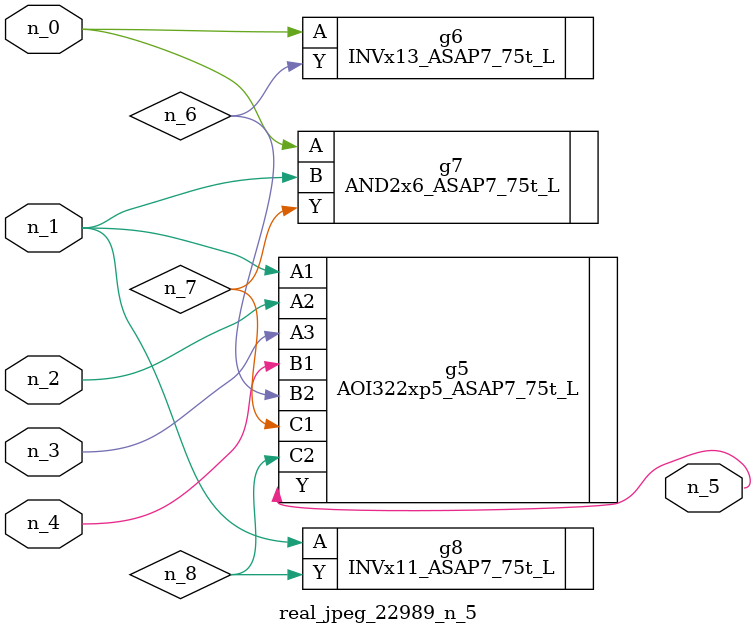
<source format=v>
module real_jpeg_22989_n_5 (n_4, n_0, n_1, n_2, n_3, n_5);

input n_4;
input n_0;
input n_1;
input n_2;
input n_3;

output n_5;

wire n_8;
wire n_6;
wire n_7;

INVx13_ASAP7_75t_L g6 ( 
.A(n_0),
.Y(n_6)
);

AND2x6_ASAP7_75t_L g7 ( 
.A(n_0),
.B(n_1),
.Y(n_7)
);

AOI322xp5_ASAP7_75t_L g5 ( 
.A1(n_1),
.A2(n_2),
.A3(n_3),
.B1(n_4),
.B2(n_6),
.C1(n_7),
.C2(n_8),
.Y(n_5)
);

INVx11_ASAP7_75t_L g8 ( 
.A(n_1),
.Y(n_8)
);


endmodule
</source>
